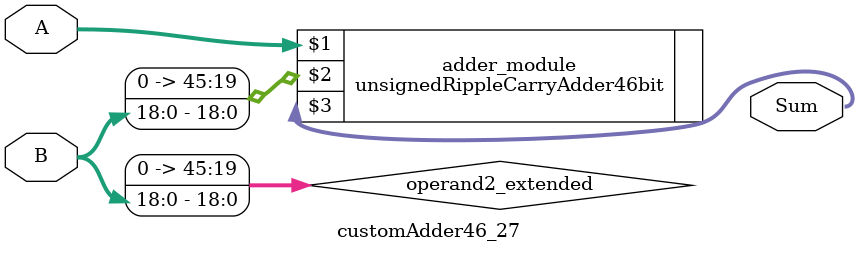
<source format=v>
module customAdder46_27(
                        input [45 : 0] A,
                        input [18 : 0] B,
                        
                        output [46 : 0] Sum
                );

        wire [45 : 0] operand2_extended;
        
        assign operand2_extended =  {27'b0, B};
        
        unsignedRippleCarryAdder46bit adder_module(
            A,
            operand2_extended,
            Sum
        );
        
        endmodule
        
</source>
